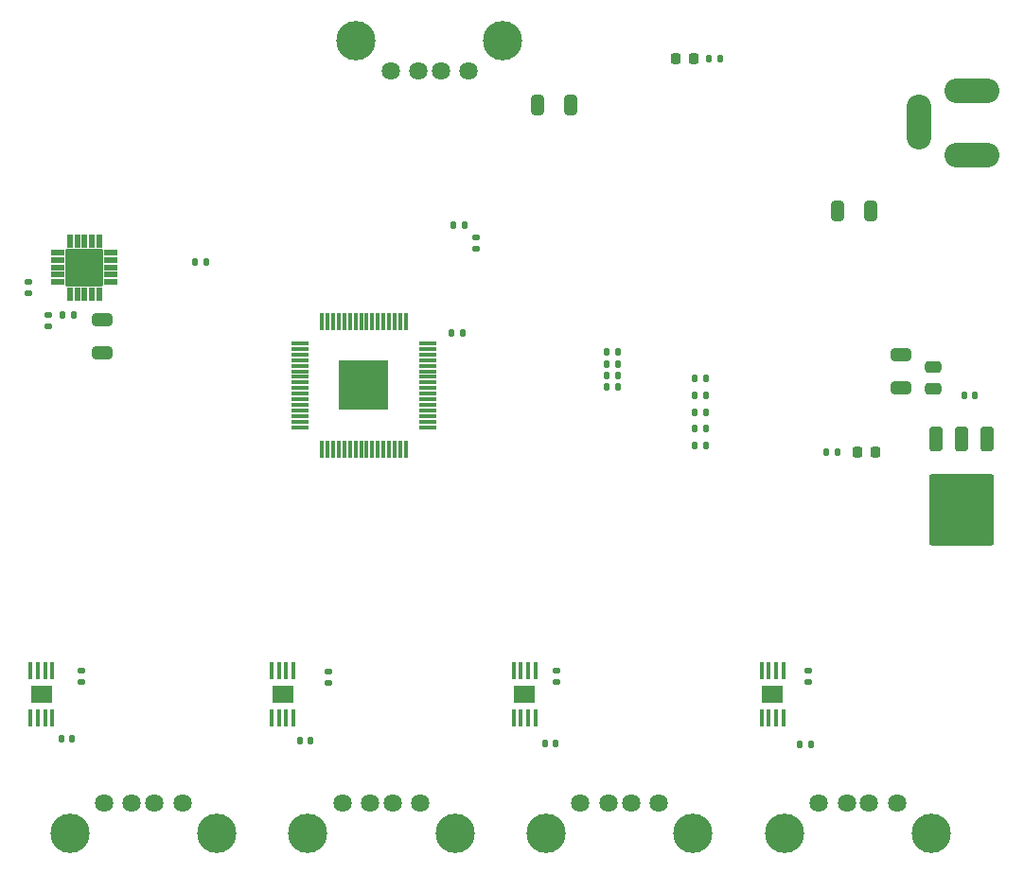
<source format=gbr>
%TF.GenerationSoftware,KiCad,Pcbnew,9.0.1*%
%TF.CreationDate,2025-04-16T23:17:08-05:00*%
%TF.ProjectId,DeskHub,4465736b-4875-4622-9e6b-696361645f70,rev?*%
%TF.SameCoordinates,Original*%
%TF.FileFunction,Soldermask,Top*%
%TF.FilePolarity,Negative*%
%FSLAX46Y46*%
G04 Gerber Fmt 4.6, Leading zero omitted, Abs format (unit mm)*
G04 Created by KiCad (PCBNEW 9.0.1) date 2025-04-16 23:17:08*
%MOMM*%
%LPD*%
G01*
G04 APERTURE LIST*
G04 Aperture macros list*
%AMRoundRect*
0 Rectangle with rounded corners*
0 $1 Rounding radius*
0 $2 $3 $4 $5 $6 $7 $8 $9 X,Y pos of 4 corners*
0 Add a 4 corners polygon primitive as box body*
4,1,4,$2,$3,$4,$5,$6,$7,$8,$9,$2,$3,0*
0 Add four circle primitives for the rounded corners*
1,1,$1+$1,$2,$3*
1,1,$1+$1,$4,$5*
1,1,$1+$1,$6,$7*
1,1,$1+$1,$8,$9*
0 Add four rect primitives between the rounded corners*
20,1,$1+$1,$2,$3,$4,$5,0*
20,1,$1+$1,$4,$5,$6,$7,0*
20,1,$1+$1,$6,$7,$8,$9,0*
20,1,$1+$1,$8,$9,$2,$3,0*%
G04 Aperture macros list end*
%ADD10RoundRect,0.250000X-0.350000X0.850000X-0.350000X-0.850000X0.350000X-0.850000X0.350000X0.850000X0*%
%ADD11RoundRect,0.249997X-2.650003X2.950003X-2.650003X-2.950003X2.650003X-2.950003X2.650003X2.950003X0*%
%ADD12RoundRect,0.135000X0.185000X-0.135000X0.185000X0.135000X-0.185000X0.135000X-0.185000X-0.135000X0*%
%ADD13RoundRect,0.140000X-0.140000X-0.170000X0.140000X-0.170000X0.140000X0.170000X-0.140000X0.170000X0*%
%ADD14RoundRect,0.135000X-0.135000X-0.185000X0.135000X-0.185000X0.135000X0.185000X-0.135000X0.185000X0*%
%ADD15O,4.904000X2.204000*%
%ADD16O,2.204000X4.904000*%
%ADD17RoundRect,0.135000X0.135000X0.185000X-0.135000X0.185000X-0.135000X-0.185000X0.135000X-0.185000X0*%
%ADD18R,0.431800X1.574800*%
%ADD19R,1.890000X1.570000*%
%ADD20RoundRect,0.250000X-0.650000X0.325000X-0.650000X-0.325000X0.650000X-0.325000X0.650000X0.325000X0*%
%ADD21RoundRect,0.140000X0.140000X0.170000X-0.140000X0.170000X-0.140000X-0.170000X0.140000X-0.170000X0*%
%ADD22C,1.632000*%
%ADD23C,3.520000*%
%ADD24RoundRect,0.218750X-0.218750X-0.256250X0.218750X-0.256250X0.218750X0.256250X-0.218750X0.256250X0*%
%ADD25RoundRect,0.135000X-0.185000X0.135000X-0.185000X-0.135000X0.185000X-0.135000X0.185000X0.135000X0*%
%ADD26RoundRect,0.250000X-0.325000X-0.650000X0.325000X-0.650000X0.325000X0.650000X-0.325000X0.650000X0*%
%ADD27RoundRect,0.250000X0.650000X-0.325000X0.650000X0.325000X-0.650000X0.325000X-0.650000X-0.325000X0*%
%ADD28R,4.400000X4.400000*%
%ADD29R,1.500000X0.300000*%
%ADD30R,0.300000X1.500000*%
%ADD31RoundRect,0.068000X0.559000X0.204000X-0.559000X0.204000X-0.559000X-0.204000X0.559000X-0.204000X0*%
%ADD32RoundRect,0.068000X0.204000X0.559000X-0.204000X0.559000X-0.204000X-0.559000X0.204000X-0.559000X0*%
%ADD33RoundRect,0.102000X1.575000X1.575000X-1.575000X1.575000X-1.575000X-1.575000X1.575000X-1.575000X0*%
%ADD34RoundRect,0.218750X0.218750X0.256250X-0.218750X0.256250X-0.218750X-0.256250X0.218750X-0.256250X0*%
%ADD35RoundRect,0.250000X0.475000X-0.250000X0.475000X0.250000X-0.475000X0.250000X-0.475000X-0.250000X0*%
%ADD36RoundRect,0.250000X0.325000X0.650000X-0.325000X0.650000X-0.325000X-0.650000X0.325000X-0.650000X0*%
G04 APERTURE END LIST*
D10*
%TO.C,U2*%
X199057500Y-98425000D03*
X196777500Y-98425000D03*
D11*
X196777500Y-104725000D03*
D10*
X194497500Y-98425000D03*
%TD*%
D12*
%TO.C,R11*%
X118000000Y-120158334D03*
X118000000Y-119138334D03*
%TD*%
D13*
%TO.C,C1*%
X151170000Y-88900000D03*
X152130000Y-88900000D03*
%TD*%
D14*
%TO.C,R3*%
X151340000Y-79300000D03*
X152360000Y-79300000D03*
%TD*%
D15*
%TO.C,J2*%
X197720000Y-73015000D03*
X197720000Y-67215000D03*
D16*
X192920000Y-70015000D03*
%TD*%
D14*
%TO.C,R23*%
X172880000Y-99000000D03*
X173900000Y-99000000D03*
%TD*%
D17*
%TO.C,R1*%
X129210000Y-82550000D03*
X128190000Y-82550000D03*
%TD*%
D18*
%TO.C,U7*%
X178886931Y-123370500D03*
X179536929Y-123370500D03*
X180186931Y-123370500D03*
X180836929Y-123370500D03*
X180836929Y-119179500D03*
X180186931Y-119179500D03*
X179536929Y-119179500D03*
X178886931Y-119179500D03*
D19*
X179861930Y-121275000D03*
%TD*%
D17*
%TO.C,R27*%
X173900000Y-93000000D03*
X172880000Y-93000000D03*
%TD*%
D13*
%TO.C,C54*%
X159477160Y-125658334D03*
X160437160Y-125658334D03*
%TD*%
D20*
%TO.C,C47*%
X119850000Y-87700000D03*
X119850000Y-90650000D03*
%TD*%
D21*
%TO.C,C43*%
X197955000Y-94500000D03*
X196995000Y-94500000D03*
%TD*%
D22*
%TO.C,J6*%
X183995000Y-131010000D03*
X186495000Y-131010000D03*
X188495000Y-131010000D03*
X190995000Y-131010000D03*
D23*
X180925000Y-133720000D03*
X194065000Y-133720000D03*
%TD*%
D13*
%TO.C,C48*%
X116220000Y-125258334D03*
X117180000Y-125258334D03*
%TD*%
D24*
%TO.C,D2*%
X187462500Y-99575000D03*
X189037500Y-99575000D03*
%TD*%
D14*
%TO.C,R20*%
X165040000Y-90600000D03*
X166060000Y-90600000D03*
%TD*%
D25*
%TO.C,R8*%
X113250000Y-84350000D03*
X113250000Y-85370000D03*
%TD*%
D22*
%TO.C,J5*%
X162680000Y-131010000D03*
X165180000Y-131010000D03*
X167180000Y-131010000D03*
X169680000Y-131010000D03*
D23*
X159610000Y-133720000D03*
X172750000Y-133720000D03*
%TD*%
D26*
%TO.C,C15*%
X158874999Y-68543197D03*
X161824999Y-68543197D03*
%TD*%
D27*
%TO.C,C45*%
X191350000Y-93850000D03*
X191350000Y-90900000D03*
%TD*%
D22*
%TO.C,J7*%
X120050000Y-131010000D03*
X122550000Y-131010000D03*
X124550000Y-131010000D03*
X127050000Y-131010000D03*
D23*
X116980000Y-133720000D03*
X130120000Y-133720000D03*
%TD*%
D14*
%TO.C,R25*%
X172880000Y-96000000D03*
X173900000Y-96000000D03*
%TD*%
D13*
%TO.C,C51*%
X137549770Y-125408334D03*
X138509770Y-125408334D03*
%TD*%
D12*
%TO.C,R13*%
X160557160Y-120178334D03*
X160557160Y-119158334D03*
%TD*%
%TO.C,R14*%
X183011930Y-120185000D03*
X183011930Y-119165000D03*
%TD*%
D28*
%TO.C,U1*%
X143300000Y-93600000D03*
D29*
X149000000Y-97350000D03*
X149000000Y-96850000D03*
X149000000Y-96350000D03*
X149000000Y-95850000D03*
X149000000Y-95350000D03*
X149000000Y-94850000D03*
X149000000Y-94350000D03*
X149000000Y-93850000D03*
X149000000Y-93350000D03*
X149000000Y-92850000D03*
X149000000Y-92350000D03*
X149000000Y-91850000D03*
X149000000Y-91350000D03*
X149000000Y-90850000D03*
X149000000Y-90350000D03*
X149000000Y-89850000D03*
D30*
X147050000Y-87900000D03*
X146550000Y-87900000D03*
X146050000Y-87900000D03*
X145550000Y-87900000D03*
X145050000Y-87900000D03*
X144550000Y-87900000D03*
X144050000Y-87900000D03*
X143550000Y-87900000D03*
X143050000Y-87900000D03*
X142550000Y-87900000D03*
X142050000Y-87900000D03*
X141550000Y-87900000D03*
X141050000Y-87900000D03*
X140550000Y-87900000D03*
X140050000Y-87900000D03*
X139550000Y-87900000D03*
D29*
X137600000Y-89850000D03*
X137600000Y-90350000D03*
X137600000Y-90850000D03*
X137600000Y-91350000D03*
X137600000Y-91850000D03*
X137600000Y-92350000D03*
X137600000Y-92850000D03*
X137600000Y-93350000D03*
X137600000Y-93850000D03*
X137600000Y-94350000D03*
X137600000Y-94850000D03*
X137600000Y-95350000D03*
X137600000Y-95850000D03*
X137600000Y-96350000D03*
X137600000Y-96850000D03*
X137600000Y-97350000D03*
D30*
X139550000Y-99300000D03*
X140050000Y-99300000D03*
X140550000Y-99300000D03*
X141050000Y-99300000D03*
X141550000Y-99300000D03*
X142050000Y-99300000D03*
X142550000Y-99300000D03*
X143050000Y-99300000D03*
X143550000Y-99300000D03*
X144050000Y-99300000D03*
X144550000Y-99300000D03*
X145050000Y-99300000D03*
X145550000Y-99300000D03*
X146050000Y-99300000D03*
X146550000Y-99300000D03*
X147050000Y-99300000D03*
%TD*%
D14*
%TO.C,R21*%
X164990000Y-92750000D03*
X166010000Y-92750000D03*
%TD*%
D31*
%TO.C,U3*%
X120660000Y-84350000D03*
X120660000Y-83700000D03*
X120660000Y-83050000D03*
X120660000Y-82400000D03*
X120660000Y-81750000D03*
D32*
X119600000Y-80690000D03*
X118950000Y-80690000D03*
X118300000Y-80690000D03*
X117650000Y-80690000D03*
X117000000Y-80690000D03*
D31*
X115940000Y-81750000D03*
X115940000Y-82400000D03*
X115940000Y-83050000D03*
X115940000Y-83700000D03*
X115940000Y-84350000D03*
D32*
X117000000Y-85410000D03*
X117650000Y-85410000D03*
X118300000Y-85410000D03*
X118950000Y-85410000D03*
X119600000Y-85410000D03*
D33*
X118300000Y-83050000D03*
%TD*%
D22*
%TO.C,J4*%
X141365000Y-131010000D03*
X143865000Y-131010000D03*
X145865000Y-131010000D03*
X148365000Y-131010000D03*
D23*
X138295000Y-133720000D03*
X151435000Y-133720000D03*
%TD*%
D13*
%TO.C,C57*%
X182331930Y-125775000D03*
X183291930Y-125775000D03*
%TD*%
D14*
%TO.C,R5*%
X174124999Y-64393197D03*
X175144999Y-64393197D03*
%TD*%
D18*
%TO.C,U4*%
X113475001Y-123353834D03*
X114124999Y-123353834D03*
X114775001Y-123353834D03*
X115424999Y-123353834D03*
X115424999Y-119162834D03*
X114775001Y-119162834D03*
X114124999Y-119162834D03*
X113475001Y-119162834D03*
D19*
X114450000Y-121258334D03*
%TD*%
D14*
%TO.C,R15*%
X164990000Y-91750000D03*
X166010000Y-91750000D03*
%TD*%
D12*
%TO.C,R4*%
X153300000Y-81360000D03*
X153300000Y-80340000D03*
%TD*%
D18*
%TO.C,U5*%
X135054771Y-123353834D03*
X135704769Y-123353834D03*
X136354771Y-123353834D03*
X137004769Y-123353834D03*
X137004769Y-119162834D03*
X136354771Y-119162834D03*
X135704769Y-119162834D03*
X135054771Y-119162834D03*
D19*
X136029770Y-121258334D03*
%TD*%
D12*
%TO.C,R12*%
X140129770Y-120218334D03*
X140129770Y-119198334D03*
%TD*%
D18*
%TO.C,U6*%
X156682161Y-123353834D03*
X157332159Y-123353834D03*
X157982161Y-123353834D03*
X158632159Y-123353834D03*
X158632159Y-119162834D03*
X157982161Y-119162834D03*
X157332159Y-119162834D03*
X156682161Y-119162834D03*
D19*
X157657160Y-121258334D03*
%TD*%
D14*
%TO.C,R26*%
X172880000Y-94500000D03*
X173900000Y-94500000D03*
%TD*%
D34*
%TO.C,D1*%
X172774999Y-64393197D03*
X171199999Y-64393197D03*
%TD*%
D17*
%TO.C,R7*%
X185710000Y-99575000D03*
X184690000Y-99575000D03*
%TD*%
D35*
%TO.C,C44*%
X194250000Y-93875000D03*
X194250000Y-91975000D03*
%TD*%
D17*
%TO.C,R10*%
X117320000Y-87300000D03*
X116300000Y-87300000D03*
%TD*%
D36*
%TO.C,C42*%
X188620000Y-77975000D03*
X185670000Y-77975000D03*
%TD*%
D25*
%TO.C,R9*%
X115100000Y-87290000D03*
X115100000Y-88310000D03*
%TD*%
D14*
%TO.C,R22*%
X164990000Y-93750000D03*
X166010000Y-93750000D03*
%TD*%
%TO.C,R24*%
X172880000Y-97500000D03*
X173900000Y-97500000D03*
%TD*%
D22*
%TO.C,J1*%
X152674999Y-65433197D03*
X150174999Y-65433197D03*
X148174999Y-65433197D03*
X145674999Y-65433197D03*
D23*
X155744999Y-62723197D03*
X142604999Y-62723197D03*
%TD*%
M02*

</source>
